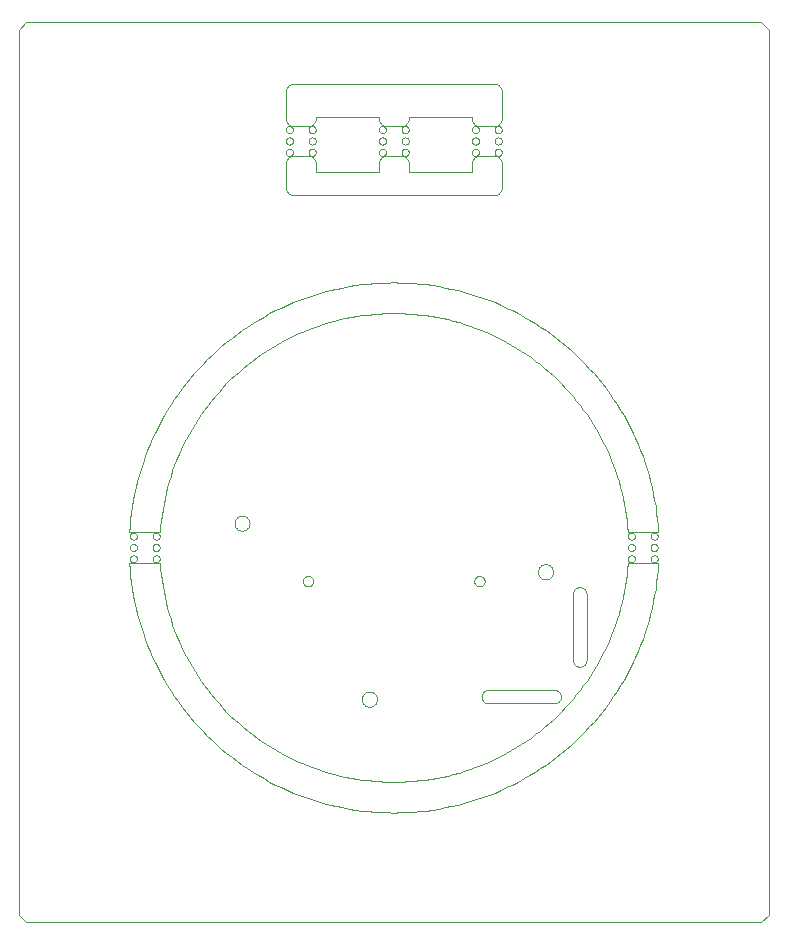
<source format=gko>
G75*
%MOIN*%
%OFA0B0*%
%FSLAX24Y24*%
%IPPOS*%
%LPD*%
%AMOC8*
5,1,8,0,0,1.08239X$1,22.5*
%
%ADD10C,0.0000*%
D10*
X001140Y000890D02*
X000890Y001140D01*
X000890Y030640D01*
X001140Y030890D01*
X025640Y030890D01*
X025890Y030640D01*
X025890Y001140D01*
X025640Y000890D01*
X001140Y000890D01*
X010361Y012269D02*
X010363Y012295D01*
X010369Y012321D01*
X010378Y012345D01*
X010391Y012368D01*
X010408Y012388D01*
X010427Y012406D01*
X010449Y012421D01*
X010472Y012432D01*
X010497Y012440D01*
X010523Y012444D01*
X010549Y012444D01*
X010575Y012440D01*
X010600Y012432D01*
X010624Y012421D01*
X010645Y012406D01*
X010664Y012388D01*
X010681Y012368D01*
X010694Y012345D01*
X010703Y012321D01*
X010709Y012295D01*
X010711Y012269D01*
X010709Y012243D01*
X010703Y012217D01*
X010694Y012193D01*
X010681Y012170D01*
X010664Y012150D01*
X010645Y012132D01*
X010623Y012117D01*
X010600Y012106D01*
X010575Y012098D01*
X010549Y012094D01*
X010523Y012094D01*
X010497Y012098D01*
X010472Y012106D01*
X010448Y012117D01*
X010427Y012132D01*
X010408Y012150D01*
X010391Y012170D01*
X010378Y012193D01*
X010369Y012217D01*
X010363Y012243D01*
X010361Y012269D01*
X008082Y014200D02*
X008084Y014231D01*
X008090Y014262D01*
X008100Y014292D01*
X008113Y014320D01*
X008130Y014347D01*
X008150Y014371D01*
X008173Y014393D01*
X008198Y014411D01*
X008226Y014426D01*
X008255Y014438D01*
X008285Y014446D01*
X008316Y014450D01*
X008348Y014450D01*
X008379Y014446D01*
X008409Y014438D01*
X008438Y014426D01*
X008466Y014411D01*
X008491Y014393D01*
X008514Y014371D01*
X008534Y014347D01*
X008551Y014320D01*
X008564Y014292D01*
X008574Y014262D01*
X008580Y014231D01*
X008582Y014200D01*
X008580Y014169D01*
X008574Y014138D01*
X008564Y014108D01*
X008551Y014080D01*
X008534Y014053D01*
X008514Y014029D01*
X008491Y014007D01*
X008466Y013989D01*
X008438Y013974D01*
X008409Y013962D01*
X008379Y013954D01*
X008348Y013950D01*
X008316Y013950D01*
X008285Y013954D01*
X008255Y013962D01*
X008226Y013974D01*
X008198Y013989D01*
X008173Y014007D01*
X008150Y014029D01*
X008130Y014053D01*
X008113Y014080D01*
X008100Y014108D01*
X008090Y014138D01*
X008084Y014169D01*
X008082Y014200D01*
X005595Y013902D02*
X004571Y013902D01*
X004592Y013770D02*
X004594Y013791D01*
X004600Y013811D01*
X004609Y013831D01*
X004621Y013848D01*
X004636Y013862D01*
X004654Y013874D01*
X004674Y013882D01*
X004694Y013887D01*
X004715Y013888D01*
X004736Y013885D01*
X004756Y013879D01*
X004775Y013868D01*
X004792Y013855D01*
X004805Y013839D01*
X004816Y013821D01*
X004824Y013801D01*
X004828Y013781D01*
X004828Y013759D01*
X004824Y013739D01*
X004816Y013719D01*
X004805Y013701D01*
X004792Y013685D01*
X004775Y013672D01*
X004756Y013661D01*
X004736Y013655D01*
X004715Y013652D01*
X004694Y013653D01*
X004674Y013658D01*
X004654Y013666D01*
X004636Y013678D01*
X004621Y013692D01*
X004609Y013709D01*
X004600Y013729D01*
X004594Y013749D01*
X004592Y013770D01*
X004592Y013390D02*
X004594Y013411D01*
X004600Y013431D01*
X004609Y013451D01*
X004621Y013468D01*
X004636Y013482D01*
X004654Y013494D01*
X004674Y013502D01*
X004694Y013507D01*
X004715Y013508D01*
X004736Y013505D01*
X004756Y013499D01*
X004775Y013488D01*
X004792Y013475D01*
X004805Y013459D01*
X004816Y013441D01*
X004824Y013421D01*
X004828Y013401D01*
X004828Y013379D01*
X004824Y013359D01*
X004816Y013339D01*
X004805Y013321D01*
X004792Y013305D01*
X004775Y013292D01*
X004756Y013281D01*
X004736Y013275D01*
X004715Y013272D01*
X004694Y013273D01*
X004674Y013278D01*
X004654Y013286D01*
X004636Y013298D01*
X004621Y013312D01*
X004609Y013329D01*
X004600Y013349D01*
X004594Y013369D01*
X004592Y013390D01*
X004592Y013010D02*
X004594Y013031D01*
X004600Y013051D01*
X004609Y013071D01*
X004621Y013088D01*
X004636Y013102D01*
X004654Y013114D01*
X004674Y013122D01*
X004694Y013127D01*
X004715Y013128D01*
X004736Y013125D01*
X004756Y013119D01*
X004775Y013108D01*
X004792Y013095D01*
X004805Y013079D01*
X004816Y013061D01*
X004824Y013041D01*
X004828Y013021D01*
X004828Y012999D01*
X004824Y012979D01*
X004816Y012959D01*
X004805Y012941D01*
X004792Y012925D01*
X004775Y012912D01*
X004756Y012901D01*
X004736Y012895D01*
X004715Y012892D01*
X004694Y012893D01*
X004674Y012898D01*
X004654Y012906D01*
X004636Y012918D01*
X004621Y012932D01*
X004609Y012949D01*
X004600Y012969D01*
X004594Y012989D01*
X004592Y013010D01*
X004571Y012878D02*
X005595Y012878D01*
X005352Y013010D02*
X005354Y013031D01*
X005360Y013051D01*
X005369Y013071D01*
X005381Y013088D01*
X005396Y013102D01*
X005414Y013114D01*
X005434Y013122D01*
X005454Y013127D01*
X005475Y013128D01*
X005496Y013125D01*
X005516Y013119D01*
X005535Y013108D01*
X005552Y013095D01*
X005565Y013079D01*
X005576Y013061D01*
X005584Y013041D01*
X005588Y013021D01*
X005588Y012999D01*
X005584Y012979D01*
X005576Y012959D01*
X005565Y012941D01*
X005552Y012925D01*
X005535Y012912D01*
X005516Y012901D01*
X005496Y012895D01*
X005475Y012892D01*
X005454Y012893D01*
X005434Y012898D01*
X005414Y012906D01*
X005396Y012918D01*
X005381Y012932D01*
X005369Y012949D01*
X005360Y012969D01*
X005354Y012989D01*
X005352Y013010D01*
X005352Y013390D02*
X005354Y013411D01*
X005360Y013431D01*
X005369Y013451D01*
X005381Y013468D01*
X005396Y013482D01*
X005414Y013494D01*
X005434Y013502D01*
X005454Y013507D01*
X005475Y013508D01*
X005496Y013505D01*
X005516Y013499D01*
X005535Y013488D01*
X005552Y013475D01*
X005565Y013459D01*
X005576Y013441D01*
X005584Y013421D01*
X005588Y013401D01*
X005588Y013379D01*
X005584Y013359D01*
X005576Y013339D01*
X005565Y013321D01*
X005552Y013305D01*
X005535Y013292D01*
X005516Y013281D01*
X005496Y013275D01*
X005475Y013272D01*
X005454Y013273D01*
X005434Y013278D01*
X005414Y013286D01*
X005396Y013298D01*
X005381Y013312D01*
X005369Y013329D01*
X005360Y013349D01*
X005354Y013369D01*
X005352Y013390D01*
X005352Y013770D02*
X005354Y013791D01*
X005360Y013811D01*
X005369Y013831D01*
X005381Y013848D01*
X005396Y013862D01*
X005414Y013874D01*
X005434Y013882D01*
X005454Y013887D01*
X005475Y013888D01*
X005496Y013885D01*
X005516Y013879D01*
X005535Y013868D01*
X005552Y013855D01*
X005565Y013839D01*
X005576Y013821D01*
X005584Y013801D01*
X005588Y013781D01*
X005588Y013759D01*
X005584Y013739D01*
X005576Y013719D01*
X005565Y013701D01*
X005552Y013685D01*
X005535Y013672D01*
X005516Y013661D01*
X005496Y013655D01*
X005475Y013652D01*
X005454Y013653D01*
X005434Y013658D01*
X005414Y013666D01*
X005396Y013678D01*
X005381Y013692D01*
X005369Y013709D01*
X005360Y013729D01*
X005354Y013749D01*
X005352Y013770D01*
X012330Y008332D02*
X012332Y008363D01*
X012338Y008394D01*
X012348Y008424D01*
X012361Y008452D01*
X012378Y008479D01*
X012398Y008503D01*
X012421Y008525D01*
X012446Y008543D01*
X012474Y008558D01*
X012503Y008570D01*
X012533Y008578D01*
X012564Y008582D01*
X012596Y008582D01*
X012627Y008578D01*
X012657Y008570D01*
X012686Y008558D01*
X012714Y008543D01*
X012739Y008525D01*
X012762Y008503D01*
X012782Y008479D01*
X012799Y008452D01*
X012812Y008424D01*
X012822Y008394D01*
X012828Y008363D01*
X012830Y008332D01*
X012828Y008301D01*
X012822Y008270D01*
X012812Y008240D01*
X012799Y008212D01*
X012782Y008185D01*
X012762Y008161D01*
X012739Y008139D01*
X012714Y008121D01*
X012686Y008106D01*
X012657Y008094D01*
X012627Y008086D01*
X012596Y008082D01*
X012564Y008082D01*
X012533Y008086D01*
X012503Y008094D01*
X012474Y008106D01*
X012446Y008121D01*
X012421Y008139D01*
X012398Y008161D01*
X012378Y008185D01*
X012361Y008212D01*
X012348Y008240D01*
X012338Y008270D01*
X012332Y008301D01*
X012330Y008332D01*
X016069Y012269D02*
X016071Y012295D01*
X016077Y012321D01*
X016086Y012345D01*
X016099Y012368D01*
X016116Y012388D01*
X016135Y012406D01*
X016157Y012421D01*
X016180Y012432D01*
X016205Y012440D01*
X016231Y012444D01*
X016257Y012444D01*
X016283Y012440D01*
X016308Y012432D01*
X016332Y012421D01*
X016353Y012406D01*
X016372Y012388D01*
X016389Y012368D01*
X016402Y012345D01*
X016411Y012321D01*
X016417Y012295D01*
X016419Y012269D01*
X016417Y012243D01*
X016411Y012217D01*
X016402Y012193D01*
X016389Y012170D01*
X016372Y012150D01*
X016353Y012132D01*
X016331Y012117D01*
X016308Y012106D01*
X016283Y012098D01*
X016257Y012094D01*
X016231Y012094D01*
X016205Y012098D01*
X016180Y012106D01*
X016156Y012117D01*
X016135Y012132D01*
X016116Y012150D01*
X016099Y012170D01*
X016086Y012193D01*
X016077Y012217D01*
X016071Y012243D01*
X016069Y012269D01*
X018198Y012580D02*
X018200Y012611D01*
X018206Y012642D01*
X018216Y012672D01*
X018229Y012700D01*
X018246Y012727D01*
X018266Y012751D01*
X018289Y012773D01*
X018314Y012791D01*
X018342Y012806D01*
X018371Y012818D01*
X018401Y012826D01*
X018432Y012830D01*
X018464Y012830D01*
X018495Y012826D01*
X018525Y012818D01*
X018554Y012806D01*
X018582Y012791D01*
X018607Y012773D01*
X018630Y012751D01*
X018650Y012727D01*
X018667Y012700D01*
X018680Y012672D01*
X018690Y012642D01*
X018696Y012611D01*
X018698Y012580D01*
X018696Y012549D01*
X018690Y012518D01*
X018680Y012488D01*
X018667Y012460D01*
X018650Y012433D01*
X018630Y012409D01*
X018607Y012387D01*
X018582Y012369D01*
X018554Y012354D01*
X018525Y012342D01*
X018495Y012334D01*
X018464Y012330D01*
X018432Y012330D01*
X018401Y012334D01*
X018371Y012342D01*
X018342Y012354D01*
X018314Y012369D01*
X018289Y012387D01*
X018266Y012409D01*
X018246Y012433D01*
X018229Y012460D01*
X018216Y012488D01*
X018206Y012518D01*
X018200Y012549D01*
X018198Y012580D01*
X019365Y011840D02*
X019365Y009640D01*
X019367Y009612D01*
X019372Y009584D01*
X019381Y009557D01*
X019393Y009532D01*
X019408Y009508D01*
X019426Y009486D01*
X019447Y009467D01*
X019469Y009450D01*
X019494Y009436D01*
X019520Y009426D01*
X019548Y009419D01*
X019576Y009415D01*
X019604Y009415D01*
X019632Y009419D01*
X019660Y009426D01*
X019686Y009436D01*
X019711Y009450D01*
X019733Y009467D01*
X019754Y009486D01*
X019772Y009508D01*
X019787Y009532D01*
X019799Y009557D01*
X019808Y009584D01*
X019813Y009612D01*
X019815Y009640D01*
X019815Y011840D01*
X019813Y011868D01*
X019808Y011896D01*
X019799Y011923D01*
X019787Y011948D01*
X019772Y011972D01*
X019754Y011994D01*
X019733Y012013D01*
X019711Y012030D01*
X019686Y012044D01*
X019660Y012054D01*
X019632Y012061D01*
X019604Y012065D01*
X019576Y012065D01*
X019548Y012061D01*
X019520Y012054D01*
X019494Y012044D01*
X019469Y012030D01*
X019447Y012013D01*
X019426Y011994D01*
X019408Y011972D01*
X019393Y011948D01*
X019381Y011923D01*
X019372Y011896D01*
X019367Y011868D01*
X019365Y011840D01*
X021185Y012878D02*
X022209Y012878D01*
X021952Y013010D02*
X021954Y013031D01*
X021960Y013051D01*
X021969Y013071D01*
X021981Y013088D01*
X021996Y013102D01*
X022014Y013114D01*
X022034Y013122D01*
X022054Y013127D01*
X022075Y013128D01*
X022096Y013125D01*
X022116Y013119D01*
X022135Y013108D01*
X022152Y013095D01*
X022165Y013079D01*
X022176Y013061D01*
X022184Y013041D01*
X022188Y013021D01*
X022188Y012999D01*
X022184Y012979D01*
X022176Y012959D01*
X022165Y012941D01*
X022152Y012925D01*
X022135Y012912D01*
X022116Y012901D01*
X022096Y012895D01*
X022075Y012892D01*
X022054Y012893D01*
X022034Y012898D01*
X022014Y012906D01*
X021996Y012918D01*
X021981Y012932D01*
X021969Y012949D01*
X021960Y012969D01*
X021954Y012989D01*
X021952Y013010D01*
X021952Y013390D02*
X021954Y013411D01*
X021960Y013431D01*
X021969Y013451D01*
X021981Y013468D01*
X021996Y013482D01*
X022014Y013494D01*
X022034Y013502D01*
X022054Y013507D01*
X022075Y013508D01*
X022096Y013505D01*
X022116Y013499D01*
X022135Y013488D01*
X022152Y013475D01*
X022165Y013459D01*
X022176Y013441D01*
X022184Y013421D01*
X022188Y013401D01*
X022188Y013379D01*
X022184Y013359D01*
X022176Y013339D01*
X022165Y013321D01*
X022152Y013305D01*
X022135Y013292D01*
X022116Y013281D01*
X022096Y013275D01*
X022075Y013272D01*
X022054Y013273D01*
X022034Y013278D01*
X022014Y013286D01*
X021996Y013298D01*
X021981Y013312D01*
X021969Y013329D01*
X021960Y013349D01*
X021954Y013369D01*
X021952Y013390D01*
X021952Y013770D02*
X021954Y013791D01*
X021960Y013811D01*
X021969Y013831D01*
X021981Y013848D01*
X021996Y013862D01*
X022014Y013874D01*
X022034Y013882D01*
X022054Y013887D01*
X022075Y013888D01*
X022096Y013885D01*
X022116Y013879D01*
X022135Y013868D01*
X022152Y013855D01*
X022165Y013839D01*
X022176Y013821D01*
X022184Y013801D01*
X022188Y013781D01*
X022188Y013759D01*
X022184Y013739D01*
X022176Y013719D01*
X022165Y013701D01*
X022152Y013685D01*
X022135Y013672D01*
X022116Y013661D01*
X022096Y013655D01*
X022075Y013652D01*
X022054Y013653D01*
X022034Y013658D01*
X022014Y013666D01*
X021996Y013678D01*
X021981Y013692D01*
X021969Y013709D01*
X021960Y013729D01*
X021954Y013749D01*
X021952Y013770D01*
X022209Y013902D02*
X021185Y013902D01*
X021192Y013770D02*
X021194Y013791D01*
X021200Y013811D01*
X021209Y013831D01*
X021221Y013848D01*
X021236Y013862D01*
X021254Y013874D01*
X021274Y013882D01*
X021294Y013887D01*
X021315Y013888D01*
X021336Y013885D01*
X021356Y013879D01*
X021375Y013868D01*
X021392Y013855D01*
X021405Y013839D01*
X021416Y013821D01*
X021424Y013801D01*
X021428Y013781D01*
X021428Y013759D01*
X021424Y013739D01*
X021416Y013719D01*
X021405Y013701D01*
X021392Y013685D01*
X021375Y013672D01*
X021356Y013661D01*
X021336Y013655D01*
X021315Y013652D01*
X021294Y013653D01*
X021274Y013658D01*
X021254Y013666D01*
X021236Y013678D01*
X021221Y013692D01*
X021209Y013709D01*
X021200Y013729D01*
X021194Y013749D01*
X021192Y013770D01*
X021192Y013390D02*
X021194Y013411D01*
X021200Y013431D01*
X021209Y013451D01*
X021221Y013468D01*
X021236Y013482D01*
X021254Y013494D01*
X021274Y013502D01*
X021294Y013507D01*
X021315Y013508D01*
X021336Y013505D01*
X021356Y013499D01*
X021375Y013488D01*
X021392Y013475D01*
X021405Y013459D01*
X021416Y013441D01*
X021424Y013421D01*
X021428Y013401D01*
X021428Y013379D01*
X021424Y013359D01*
X021416Y013339D01*
X021405Y013321D01*
X021392Y013305D01*
X021375Y013292D01*
X021356Y013281D01*
X021336Y013275D01*
X021315Y013272D01*
X021294Y013273D01*
X021274Y013278D01*
X021254Y013286D01*
X021236Y013298D01*
X021221Y013312D01*
X021209Y013329D01*
X021200Y013349D01*
X021194Y013369D01*
X021192Y013390D01*
X021192Y013010D02*
X021194Y013031D01*
X021200Y013051D01*
X021209Y013071D01*
X021221Y013088D01*
X021236Y013102D01*
X021254Y013114D01*
X021274Y013122D01*
X021294Y013127D01*
X021315Y013128D01*
X021336Y013125D01*
X021356Y013119D01*
X021375Y013108D01*
X021392Y013095D01*
X021405Y013079D01*
X021416Y013061D01*
X021424Y013041D01*
X021428Y013021D01*
X021428Y012999D01*
X021424Y012979D01*
X021416Y012959D01*
X021405Y012941D01*
X021392Y012925D01*
X021375Y012912D01*
X021356Y012901D01*
X021336Y012895D01*
X021315Y012892D01*
X021294Y012893D01*
X021274Y012898D01*
X021254Y012906D01*
X021236Y012918D01*
X021221Y012932D01*
X021209Y012949D01*
X021200Y012969D01*
X021194Y012989D01*
X021192Y013010D01*
X018740Y008640D02*
X016540Y008640D01*
X016512Y008638D01*
X016484Y008633D01*
X016457Y008624D01*
X016432Y008612D01*
X016408Y008597D01*
X016386Y008579D01*
X016367Y008558D01*
X016350Y008536D01*
X016336Y008511D01*
X016326Y008485D01*
X016319Y008457D01*
X016315Y008429D01*
X016315Y008401D01*
X016319Y008373D01*
X016326Y008345D01*
X016336Y008319D01*
X016350Y008294D01*
X016367Y008272D01*
X016386Y008251D01*
X016408Y008233D01*
X016432Y008218D01*
X016457Y008206D01*
X016484Y008197D01*
X016512Y008192D01*
X016540Y008190D01*
X018740Y008190D01*
X018768Y008192D01*
X018796Y008197D01*
X018823Y008206D01*
X018848Y008218D01*
X018872Y008233D01*
X018894Y008251D01*
X018913Y008272D01*
X018930Y008294D01*
X018944Y008319D01*
X018954Y008345D01*
X018961Y008373D01*
X018965Y008401D01*
X018965Y008429D01*
X018961Y008457D01*
X018954Y008485D01*
X018944Y008511D01*
X018930Y008536D01*
X018913Y008558D01*
X018894Y008579D01*
X018872Y008597D01*
X018848Y008612D01*
X018823Y008624D01*
X018796Y008633D01*
X018768Y008638D01*
X018740Y008640D01*
X022209Y013902D02*
X022194Y014117D01*
X022174Y014331D01*
X022148Y014545D01*
X022117Y014759D01*
X022081Y014971D01*
X022040Y015183D01*
X021994Y015393D01*
X021942Y015603D01*
X021886Y015811D01*
X021824Y016017D01*
X021758Y016222D01*
X021686Y016426D01*
X021610Y016627D01*
X021528Y016827D01*
X021442Y017024D01*
X021351Y017220D01*
X021255Y017413D01*
X021154Y017603D01*
X021049Y017792D01*
X020940Y017977D01*
X020826Y018160D01*
X020707Y018340D01*
X020584Y018517D01*
X020457Y018691D01*
X020325Y018862D01*
X020190Y019029D01*
X020050Y019194D01*
X019907Y019354D01*
X019759Y019512D01*
X019608Y019665D01*
X019453Y019815D01*
X019294Y019961D01*
X019132Y020103D01*
X018967Y020241D01*
X018798Y020375D01*
X018626Y020505D01*
X018451Y020631D01*
X018273Y020752D01*
X018092Y020869D01*
X017908Y020981D01*
X017721Y021089D01*
X017532Y021193D01*
X017340Y021292D01*
X017146Y021386D01*
X016950Y021475D01*
X016752Y021559D01*
X016552Y021639D01*
X016349Y021714D01*
X016145Y021783D01*
X015940Y021848D01*
X015733Y021908D01*
X015524Y021962D01*
X015314Y022012D01*
X015103Y022056D01*
X014892Y022095D01*
X014679Y022129D01*
X014465Y022158D01*
X014251Y022182D01*
X014036Y022200D01*
X013821Y022213D01*
X013606Y022221D01*
X013390Y022224D01*
X013174Y022221D01*
X012959Y022213D01*
X012744Y022200D01*
X012529Y022182D01*
X012315Y022158D01*
X012101Y022129D01*
X011888Y022095D01*
X011677Y022056D01*
X011466Y022012D01*
X011256Y021962D01*
X011047Y021908D01*
X010840Y021848D01*
X010635Y021783D01*
X010431Y021714D01*
X010228Y021639D01*
X010028Y021559D01*
X009830Y021475D01*
X009634Y021386D01*
X009440Y021292D01*
X009248Y021193D01*
X009059Y021089D01*
X008872Y020981D01*
X008688Y020869D01*
X008507Y020752D01*
X008329Y020631D01*
X008154Y020505D01*
X007982Y020375D01*
X007813Y020241D01*
X007648Y020103D01*
X007486Y019961D01*
X007327Y019815D01*
X007172Y019665D01*
X007021Y019512D01*
X006873Y019354D01*
X006730Y019194D01*
X006590Y019029D01*
X006455Y018862D01*
X006323Y018691D01*
X006196Y018517D01*
X006073Y018340D01*
X005954Y018160D01*
X005840Y017977D01*
X005731Y017792D01*
X005626Y017603D01*
X005525Y017413D01*
X005429Y017220D01*
X005338Y017024D01*
X005252Y016827D01*
X005170Y016627D01*
X005094Y016426D01*
X005022Y016222D01*
X004956Y016017D01*
X004894Y015811D01*
X004838Y015603D01*
X004786Y015393D01*
X004740Y015183D01*
X004699Y014971D01*
X004663Y014759D01*
X004632Y014545D01*
X004606Y014331D01*
X004586Y014117D01*
X004571Y013902D01*
X004571Y012878D02*
X004586Y012663D01*
X004606Y012449D01*
X004632Y012235D01*
X004663Y012021D01*
X004699Y011809D01*
X004740Y011597D01*
X004786Y011387D01*
X004838Y011177D01*
X004894Y010969D01*
X004956Y010763D01*
X005022Y010558D01*
X005094Y010354D01*
X005170Y010153D01*
X005252Y009953D01*
X005338Y009756D01*
X005429Y009560D01*
X005525Y009367D01*
X005626Y009177D01*
X005731Y008988D01*
X005840Y008803D01*
X005954Y008620D01*
X006073Y008440D01*
X006196Y008263D01*
X006323Y008089D01*
X006455Y007918D01*
X006590Y007751D01*
X006730Y007586D01*
X006873Y007426D01*
X007021Y007268D01*
X007172Y007115D01*
X007327Y006965D01*
X007486Y006819D01*
X007648Y006677D01*
X007813Y006539D01*
X007982Y006405D01*
X008154Y006275D01*
X008329Y006149D01*
X008507Y006028D01*
X008688Y005911D01*
X008872Y005799D01*
X009059Y005691D01*
X009248Y005587D01*
X009440Y005488D01*
X009634Y005394D01*
X009830Y005305D01*
X010028Y005221D01*
X010228Y005141D01*
X010431Y005066D01*
X010635Y004997D01*
X010840Y004932D01*
X011047Y004872D01*
X011256Y004818D01*
X011466Y004768D01*
X011677Y004724D01*
X011888Y004685D01*
X012101Y004651D01*
X012315Y004622D01*
X012529Y004598D01*
X012744Y004580D01*
X012959Y004567D01*
X013174Y004559D01*
X013390Y004556D01*
X013606Y004559D01*
X013821Y004567D01*
X014036Y004580D01*
X014251Y004598D01*
X014465Y004622D01*
X014679Y004651D01*
X014892Y004685D01*
X015103Y004724D01*
X015314Y004768D01*
X015524Y004818D01*
X015733Y004872D01*
X015940Y004932D01*
X016145Y004997D01*
X016349Y005066D01*
X016552Y005141D01*
X016752Y005221D01*
X016950Y005305D01*
X017146Y005394D01*
X017340Y005488D01*
X017532Y005587D01*
X017721Y005691D01*
X017908Y005799D01*
X018092Y005911D01*
X018273Y006028D01*
X018451Y006149D01*
X018626Y006275D01*
X018798Y006405D01*
X018967Y006539D01*
X019132Y006677D01*
X019294Y006819D01*
X019453Y006965D01*
X019608Y007115D01*
X019759Y007268D01*
X019907Y007426D01*
X020050Y007586D01*
X020190Y007751D01*
X020325Y007918D01*
X020457Y008089D01*
X020584Y008263D01*
X020707Y008440D01*
X020826Y008620D01*
X020940Y008803D01*
X021049Y008988D01*
X021154Y009177D01*
X021255Y009367D01*
X021351Y009560D01*
X021442Y009756D01*
X021528Y009953D01*
X021610Y010153D01*
X021686Y010354D01*
X021758Y010558D01*
X021824Y010763D01*
X021886Y010969D01*
X021942Y011177D01*
X021994Y011387D01*
X022040Y011597D01*
X022081Y011809D01*
X022117Y012021D01*
X022148Y012235D01*
X022174Y012449D01*
X022194Y012663D01*
X022209Y012878D01*
X021185Y012878D02*
X021170Y012688D01*
X021151Y012497D01*
X021127Y012308D01*
X021098Y012119D01*
X021064Y011930D01*
X021026Y011743D01*
X020984Y011557D01*
X020937Y011371D01*
X020885Y011187D01*
X020829Y011005D01*
X020768Y010823D01*
X020703Y010643D01*
X020634Y010465D01*
X020560Y010289D01*
X020482Y010114D01*
X020400Y009942D01*
X020313Y009771D01*
X020223Y009603D01*
X020128Y009437D01*
X020029Y009273D01*
X019926Y009112D01*
X019820Y008953D01*
X019709Y008797D01*
X019595Y008644D01*
X019477Y008493D01*
X019355Y008346D01*
X019230Y008201D01*
X019101Y008060D01*
X018969Y007922D01*
X018834Y007787D01*
X018695Y007655D01*
X018553Y007527D01*
X018408Y007403D01*
X018260Y007282D01*
X018109Y007164D01*
X017955Y007051D01*
X017799Y006941D01*
X017640Y006835D01*
X017478Y006733D01*
X017314Y006635D01*
X017147Y006541D01*
X016978Y006451D01*
X016808Y006365D01*
X016635Y006284D01*
X016460Y006206D01*
X016283Y006133D01*
X016105Y006065D01*
X015925Y006001D01*
X015743Y005941D01*
X015560Y005885D01*
X015376Y005835D01*
X015190Y005788D01*
X015004Y005746D01*
X014816Y005709D01*
X014628Y005677D01*
X014438Y005649D01*
X014249Y005625D01*
X014058Y005607D01*
X013868Y005593D01*
X013677Y005583D01*
X013486Y005579D01*
X013294Y005579D01*
X013103Y005583D01*
X012912Y005593D01*
X012722Y005607D01*
X012531Y005625D01*
X012342Y005649D01*
X012152Y005677D01*
X011964Y005709D01*
X011776Y005746D01*
X011590Y005788D01*
X011404Y005835D01*
X011220Y005885D01*
X011037Y005941D01*
X010855Y006001D01*
X010675Y006065D01*
X010497Y006133D01*
X010320Y006206D01*
X010145Y006284D01*
X009972Y006365D01*
X009802Y006451D01*
X009633Y006541D01*
X009466Y006635D01*
X009302Y006733D01*
X009140Y006835D01*
X008981Y006941D01*
X008825Y007051D01*
X008671Y007164D01*
X008520Y007282D01*
X008372Y007403D01*
X008227Y007527D01*
X008085Y007655D01*
X007946Y007787D01*
X007811Y007922D01*
X007679Y008060D01*
X007550Y008201D01*
X007425Y008346D01*
X007303Y008493D01*
X007185Y008644D01*
X007071Y008797D01*
X006960Y008953D01*
X006854Y009112D01*
X006751Y009273D01*
X006652Y009437D01*
X006557Y009603D01*
X006467Y009771D01*
X006380Y009942D01*
X006298Y010114D01*
X006220Y010289D01*
X006146Y010465D01*
X006077Y010643D01*
X006012Y010823D01*
X005951Y011005D01*
X005895Y011187D01*
X005843Y011371D01*
X005796Y011557D01*
X005754Y011743D01*
X005716Y011930D01*
X005682Y012119D01*
X005653Y012308D01*
X005629Y012497D01*
X005610Y012688D01*
X005595Y012878D01*
X005595Y013902D02*
X005610Y014092D01*
X005629Y014283D01*
X005653Y014472D01*
X005682Y014661D01*
X005716Y014850D01*
X005754Y015037D01*
X005796Y015223D01*
X005843Y015409D01*
X005895Y015593D01*
X005951Y015775D01*
X006012Y015957D01*
X006077Y016137D01*
X006146Y016315D01*
X006220Y016491D01*
X006298Y016666D01*
X006380Y016838D01*
X006467Y017009D01*
X006557Y017177D01*
X006652Y017343D01*
X006751Y017507D01*
X006854Y017668D01*
X006960Y017827D01*
X007071Y017983D01*
X007185Y018136D01*
X007303Y018287D01*
X007425Y018434D01*
X007550Y018579D01*
X007679Y018720D01*
X007811Y018858D01*
X007946Y018993D01*
X008085Y019125D01*
X008227Y019253D01*
X008372Y019377D01*
X008520Y019498D01*
X008671Y019616D01*
X008825Y019729D01*
X008981Y019839D01*
X009140Y019945D01*
X009302Y020047D01*
X009466Y020145D01*
X009633Y020239D01*
X009802Y020329D01*
X009972Y020415D01*
X010145Y020496D01*
X010320Y020574D01*
X010497Y020647D01*
X010675Y020715D01*
X010855Y020779D01*
X011037Y020839D01*
X011220Y020895D01*
X011404Y020945D01*
X011590Y020992D01*
X011776Y021034D01*
X011964Y021071D01*
X012152Y021103D01*
X012342Y021131D01*
X012531Y021155D01*
X012722Y021173D01*
X012912Y021187D01*
X013103Y021197D01*
X013294Y021201D01*
X013486Y021201D01*
X013677Y021197D01*
X013868Y021187D01*
X014058Y021173D01*
X014249Y021155D01*
X014438Y021131D01*
X014628Y021103D01*
X014816Y021071D01*
X015004Y021034D01*
X015190Y020992D01*
X015376Y020945D01*
X015560Y020895D01*
X015743Y020839D01*
X015925Y020779D01*
X016105Y020715D01*
X016283Y020647D01*
X016460Y020574D01*
X016635Y020496D01*
X016808Y020415D01*
X016978Y020329D01*
X017147Y020239D01*
X017314Y020145D01*
X017478Y020047D01*
X017640Y019945D01*
X017799Y019839D01*
X017955Y019729D01*
X018109Y019616D01*
X018260Y019498D01*
X018408Y019377D01*
X018553Y019253D01*
X018695Y019125D01*
X018834Y018993D01*
X018969Y018858D01*
X019101Y018720D01*
X019230Y018579D01*
X019355Y018434D01*
X019477Y018287D01*
X019595Y018136D01*
X019709Y017983D01*
X019820Y017827D01*
X019926Y017668D01*
X020029Y017507D01*
X020128Y017343D01*
X020223Y017177D01*
X020313Y017009D01*
X020400Y016838D01*
X020482Y016666D01*
X020560Y016491D01*
X020634Y016315D01*
X020703Y016137D01*
X020768Y015957D01*
X020829Y015775D01*
X020885Y015593D01*
X020937Y015409D01*
X020984Y015223D01*
X021026Y015037D01*
X021064Y014850D01*
X021098Y014661D01*
X021127Y014472D01*
X021151Y014283D01*
X021170Y014092D01*
X021185Y013902D01*
X016740Y025140D02*
X010040Y025140D01*
X010010Y025142D01*
X009980Y025147D01*
X009951Y025156D01*
X009924Y025169D01*
X009898Y025184D01*
X009874Y025203D01*
X009853Y025224D01*
X009834Y025248D01*
X009819Y025274D01*
X009806Y025301D01*
X009797Y025330D01*
X009792Y025360D01*
X009790Y025390D01*
X009790Y026190D01*
X009792Y026220D01*
X009797Y026250D01*
X009806Y026279D01*
X009819Y026306D01*
X009834Y026332D01*
X009853Y026356D01*
X009874Y026377D01*
X009898Y026396D01*
X009924Y026411D01*
X009951Y026424D01*
X009980Y026433D01*
X010010Y026438D01*
X010040Y026440D01*
X010540Y026440D01*
X010552Y026560D02*
X010554Y026581D01*
X010560Y026601D01*
X010569Y026621D01*
X010581Y026638D01*
X010596Y026652D01*
X010614Y026664D01*
X010634Y026672D01*
X010654Y026677D01*
X010675Y026678D01*
X010696Y026675D01*
X010716Y026669D01*
X010735Y026658D01*
X010752Y026645D01*
X010765Y026629D01*
X010776Y026611D01*
X010784Y026591D01*
X010788Y026571D01*
X010788Y026549D01*
X010784Y026529D01*
X010776Y026509D01*
X010765Y026491D01*
X010752Y026475D01*
X010735Y026462D01*
X010716Y026451D01*
X010696Y026445D01*
X010675Y026442D01*
X010654Y026443D01*
X010634Y026448D01*
X010614Y026456D01*
X010596Y026468D01*
X010581Y026482D01*
X010569Y026499D01*
X010560Y026519D01*
X010554Y026539D01*
X010552Y026560D01*
X010540Y026440D02*
X010570Y026438D01*
X010600Y026433D01*
X010629Y026424D01*
X010656Y026411D01*
X010682Y026396D01*
X010706Y026377D01*
X010727Y026356D01*
X010746Y026332D01*
X010761Y026306D01*
X010774Y026279D01*
X010783Y026250D01*
X010788Y026220D01*
X010790Y026190D01*
X010790Y025890D01*
X012890Y025890D01*
X012890Y026190D01*
X012892Y026220D01*
X012897Y026250D01*
X012906Y026279D01*
X012919Y026306D01*
X012934Y026332D01*
X012953Y026356D01*
X012974Y026377D01*
X012998Y026396D01*
X013024Y026411D01*
X013051Y026424D01*
X013080Y026433D01*
X013110Y026438D01*
X013140Y026440D01*
X013640Y026440D01*
X013652Y026560D02*
X013654Y026581D01*
X013660Y026601D01*
X013669Y026621D01*
X013681Y026638D01*
X013696Y026652D01*
X013714Y026664D01*
X013734Y026672D01*
X013754Y026677D01*
X013775Y026678D01*
X013796Y026675D01*
X013816Y026669D01*
X013835Y026658D01*
X013852Y026645D01*
X013865Y026629D01*
X013876Y026611D01*
X013884Y026591D01*
X013888Y026571D01*
X013888Y026549D01*
X013884Y026529D01*
X013876Y026509D01*
X013865Y026491D01*
X013852Y026475D01*
X013835Y026462D01*
X013816Y026451D01*
X013796Y026445D01*
X013775Y026442D01*
X013754Y026443D01*
X013734Y026448D01*
X013714Y026456D01*
X013696Y026468D01*
X013681Y026482D01*
X013669Y026499D01*
X013660Y026519D01*
X013654Y026539D01*
X013652Y026560D01*
X013640Y026440D02*
X013670Y026438D01*
X013700Y026433D01*
X013729Y026424D01*
X013756Y026411D01*
X013782Y026396D01*
X013806Y026377D01*
X013827Y026356D01*
X013846Y026332D01*
X013861Y026306D01*
X013874Y026279D01*
X013883Y026250D01*
X013888Y026220D01*
X013890Y026190D01*
X013890Y025890D01*
X015990Y025890D01*
X015990Y026190D01*
X015992Y026220D01*
X015997Y026250D01*
X016006Y026279D01*
X016019Y026306D01*
X016034Y026332D01*
X016053Y026356D01*
X016074Y026377D01*
X016098Y026396D01*
X016124Y026411D01*
X016151Y026424D01*
X016180Y026433D01*
X016210Y026438D01*
X016240Y026440D01*
X016740Y026440D01*
X016752Y026560D02*
X016754Y026581D01*
X016760Y026601D01*
X016769Y026621D01*
X016781Y026638D01*
X016796Y026652D01*
X016814Y026664D01*
X016834Y026672D01*
X016854Y026677D01*
X016875Y026678D01*
X016896Y026675D01*
X016916Y026669D01*
X016935Y026658D01*
X016952Y026645D01*
X016965Y026629D01*
X016976Y026611D01*
X016984Y026591D01*
X016988Y026571D01*
X016988Y026549D01*
X016984Y026529D01*
X016976Y026509D01*
X016965Y026491D01*
X016952Y026475D01*
X016935Y026462D01*
X016916Y026451D01*
X016896Y026445D01*
X016875Y026442D01*
X016854Y026443D01*
X016834Y026448D01*
X016814Y026456D01*
X016796Y026468D01*
X016781Y026482D01*
X016769Y026499D01*
X016760Y026519D01*
X016754Y026539D01*
X016752Y026560D01*
X016740Y026440D02*
X016770Y026438D01*
X016800Y026433D01*
X016829Y026424D01*
X016856Y026411D01*
X016882Y026396D01*
X016906Y026377D01*
X016927Y026356D01*
X016946Y026332D01*
X016961Y026306D01*
X016974Y026279D01*
X016983Y026250D01*
X016988Y026220D01*
X016990Y026190D01*
X016990Y025390D01*
X016988Y025360D01*
X016983Y025330D01*
X016974Y025301D01*
X016961Y025274D01*
X016946Y025248D01*
X016927Y025224D01*
X016906Y025203D01*
X016882Y025184D01*
X016856Y025169D01*
X016829Y025156D01*
X016800Y025147D01*
X016770Y025142D01*
X016740Y025140D01*
X015992Y026560D02*
X015994Y026581D01*
X016000Y026601D01*
X016009Y026621D01*
X016021Y026638D01*
X016036Y026652D01*
X016054Y026664D01*
X016074Y026672D01*
X016094Y026677D01*
X016115Y026678D01*
X016136Y026675D01*
X016156Y026669D01*
X016175Y026658D01*
X016192Y026645D01*
X016205Y026629D01*
X016216Y026611D01*
X016224Y026591D01*
X016228Y026571D01*
X016228Y026549D01*
X016224Y026529D01*
X016216Y026509D01*
X016205Y026491D01*
X016192Y026475D01*
X016175Y026462D01*
X016156Y026451D01*
X016136Y026445D01*
X016115Y026442D01*
X016094Y026443D01*
X016074Y026448D01*
X016054Y026456D01*
X016036Y026468D01*
X016021Y026482D01*
X016009Y026499D01*
X016000Y026519D01*
X015994Y026539D01*
X015992Y026560D01*
X015992Y026940D02*
X015994Y026961D01*
X016000Y026981D01*
X016009Y027001D01*
X016021Y027018D01*
X016036Y027032D01*
X016054Y027044D01*
X016074Y027052D01*
X016094Y027057D01*
X016115Y027058D01*
X016136Y027055D01*
X016156Y027049D01*
X016175Y027038D01*
X016192Y027025D01*
X016205Y027009D01*
X016216Y026991D01*
X016224Y026971D01*
X016228Y026951D01*
X016228Y026929D01*
X016224Y026909D01*
X016216Y026889D01*
X016205Y026871D01*
X016192Y026855D01*
X016175Y026842D01*
X016156Y026831D01*
X016136Y026825D01*
X016115Y026822D01*
X016094Y026823D01*
X016074Y026828D01*
X016054Y026836D01*
X016036Y026848D01*
X016021Y026862D01*
X016009Y026879D01*
X016000Y026899D01*
X015994Y026919D01*
X015992Y026940D01*
X015992Y027320D02*
X015994Y027341D01*
X016000Y027361D01*
X016009Y027381D01*
X016021Y027398D01*
X016036Y027412D01*
X016054Y027424D01*
X016074Y027432D01*
X016094Y027437D01*
X016115Y027438D01*
X016136Y027435D01*
X016156Y027429D01*
X016175Y027418D01*
X016192Y027405D01*
X016205Y027389D01*
X016216Y027371D01*
X016224Y027351D01*
X016228Y027331D01*
X016228Y027309D01*
X016224Y027289D01*
X016216Y027269D01*
X016205Y027251D01*
X016192Y027235D01*
X016175Y027222D01*
X016156Y027211D01*
X016136Y027205D01*
X016115Y027202D01*
X016094Y027203D01*
X016074Y027208D01*
X016054Y027216D01*
X016036Y027228D01*
X016021Y027242D01*
X016009Y027259D01*
X016000Y027279D01*
X015994Y027299D01*
X015992Y027320D01*
X016240Y027440D02*
X016740Y027440D01*
X016752Y027320D02*
X016754Y027341D01*
X016760Y027361D01*
X016769Y027381D01*
X016781Y027398D01*
X016796Y027412D01*
X016814Y027424D01*
X016834Y027432D01*
X016854Y027437D01*
X016875Y027438D01*
X016896Y027435D01*
X016916Y027429D01*
X016935Y027418D01*
X016952Y027405D01*
X016965Y027389D01*
X016976Y027371D01*
X016984Y027351D01*
X016988Y027331D01*
X016988Y027309D01*
X016984Y027289D01*
X016976Y027269D01*
X016965Y027251D01*
X016952Y027235D01*
X016935Y027222D01*
X016916Y027211D01*
X016896Y027205D01*
X016875Y027202D01*
X016854Y027203D01*
X016834Y027208D01*
X016814Y027216D01*
X016796Y027228D01*
X016781Y027242D01*
X016769Y027259D01*
X016760Y027279D01*
X016754Y027299D01*
X016752Y027320D01*
X016752Y026940D02*
X016754Y026961D01*
X016760Y026981D01*
X016769Y027001D01*
X016781Y027018D01*
X016796Y027032D01*
X016814Y027044D01*
X016834Y027052D01*
X016854Y027057D01*
X016875Y027058D01*
X016896Y027055D01*
X016916Y027049D01*
X016935Y027038D01*
X016952Y027025D01*
X016965Y027009D01*
X016976Y026991D01*
X016984Y026971D01*
X016988Y026951D01*
X016988Y026929D01*
X016984Y026909D01*
X016976Y026889D01*
X016965Y026871D01*
X016952Y026855D01*
X016935Y026842D01*
X016916Y026831D01*
X016896Y026825D01*
X016875Y026822D01*
X016854Y026823D01*
X016834Y026828D01*
X016814Y026836D01*
X016796Y026848D01*
X016781Y026862D01*
X016769Y026879D01*
X016760Y026899D01*
X016754Y026919D01*
X016752Y026940D01*
X016740Y027440D02*
X016770Y027442D01*
X016800Y027447D01*
X016829Y027456D01*
X016856Y027469D01*
X016882Y027484D01*
X016906Y027503D01*
X016927Y027524D01*
X016946Y027548D01*
X016961Y027574D01*
X016974Y027601D01*
X016983Y027630D01*
X016988Y027660D01*
X016990Y027690D01*
X016990Y028590D01*
X016988Y028620D01*
X016983Y028650D01*
X016974Y028679D01*
X016961Y028706D01*
X016946Y028732D01*
X016927Y028756D01*
X016906Y028777D01*
X016882Y028796D01*
X016856Y028811D01*
X016829Y028824D01*
X016800Y028833D01*
X016770Y028838D01*
X016740Y028840D01*
X010040Y028840D01*
X010010Y028838D01*
X009980Y028833D01*
X009951Y028824D01*
X009924Y028811D01*
X009898Y028796D01*
X009874Y028777D01*
X009853Y028756D01*
X009834Y028732D01*
X009819Y028706D01*
X009806Y028679D01*
X009797Y028650D01*
X009792Y028620D01*
X009790Y028590D01*
X009790Y027690D01*
X009792Y027660D01*
X009797Y027630D01*
X009806Y027601D01*
X009819Y027574D01*
X009834Y027548D01*
X009853Y027524D01*
X009874Y027503D01*
X009898Y027484D01*
X009924Y027469D01*
X009951Y027456D01*
X009980Y027447D01*
X010010Y027442D01*
X010040Y027440D01*
X010540Y027440D01*
X010552Y027320D02*
X010554Y027341D01*
X010560Y027361D01*
X010569Y027381D01*
X010581Y027398D01*
X010596Y027412D01*
X010614Y027424D01*
X010634Y027432D01*
X010654Y027437D01*
X010675Y027438D01*
X010696Y027435D01*
X010716Y027429D01*
X010735Y027418D01*
X010752Y027405D01*
X010765Y027389D01*
X010776Y027371D01*
X010784Y027351D01*
X010788Y027331D01*
X010788Y027309D01*
X010784Y027289D01*
X010776Y027269D01*
X010765Y027251D01*
X010752Y027235D01*
X010735Y027222D01*
X010716Y027211D01*
X010696Y027205D01*
X010675Y027202D01*
X010654Y027203D01*
X010634Y027208D01*
X010614Y027216D01*
X010596Y027228D01*
X010581Y027242D01*
X010569Y027259D01*
X010560Y027279D01*
X010554Y027299D01*
X010552Y027320D01*
X010552Y026940D02*
X010554Y026961D01*
X010560Y026981D01*
X010569Y027001D01*
X010581Y027018D01*
X010596Y027032D01*
X010614Y027044D01*
X010634Y027052D01*
X010654Y027057D01*
X010675Y027058D01*
X010696Y027055D01*
X010716Y027049D01*
X010735Y027038D01*
X010752Y027025D01*
X010765Y027009D01*
X010776Y026991D01*
X010784Y026971D01*
X010788Y026951D01*
X010788Y026929D01*
X010784Y026909D01*
X010776Y026889D01*
X010765Y026871D01*
X010752Y026855D01*
X010735Y026842D01*
X010716Y026831D01*
X010696Y026825D01*
X010675Y026822D01*
X010654Y026823D01*
X010634Y026828D01*
X010614Y026836D01*
X010596Y026848D01*
X010581Y026862D01*
X010569Y026879D01*
X010560Y026899D01*
X010554Y026919D01*
X010552Y026940D01*
X009792Y026940D02*
X009794Y026961D01*
X009800Y026981D01*
X009809Y027001D01*
X009821Y027018D01*
X009836Y027032D01*
X009854Y027044D01*
X009874Y027052D01*
X009894Y027057D01*
X009915Y027058D01*
X009936Y027055D01*
X009956Y027049D01*
X009975Y027038D01*
X009992Y027025D01*
X010005Y027009D01*
X010016Y026991D01*
X010024Y026971D01*
X010028Y026951D01*
X010028Y026929D01*
X010024Y026909D01*
X010016Y026889D01*
X010005Y026871D01*
X009992Y026855D01*
X009975Y026842D01*
X009956Y026831D01*
X009936Y026825D01*
X009915Y026822D01*
X009894Y026823D01*
X009874Y026828D01*
X009854Y026836D01*
X009836Y026848D01*
X009821Y026862D01*
X009809Y026879D01*
X009800Y026899D01*
X009794Y026919D01*
X009792Y026940D01*
X009792Y027320D02*
X009794Y027341D01*
X009800Y027361D01*
X009809Y027381D01*
X009821Y027398D01*
X009836Y027412D01*
X009854Y027424D01*
X009874Y027432D01*
X009894Y027437D01*
X009915Y027438D01*
X009936Y027435D01*
X009956Y027429D01*
X009975Y027418D01*
X009992Y027405D01*
X010005Y027389D01*
X010016Y027371D01*
X010024Y027351D01*
X010028Y027331D01*
X010028Y027309D01*
X010024Y027289D01*
X010016Y027269D01*
X010005Y027251D01*
X009992Y027235D01*
X009975Y027222D01*
X009956Y027211D01*
X009936Y027205D01*
X009915Y027202D01*
X009894Y027203D01*
X009874Y027208D01*
X009854Y027216D01*
X009836Y027228D01*
X009821Y027242D01*
X009809Y027259D01*
X009800Y027279D01*
X009794Y027299D01*
X009792Y027320D01*
X009792Y026560D02*
X009794Y026581D01*
X009800Y026601D01*
X009809Y026621D01*
X009821Y026638D01*
X009836Y026652D01*
X009854Y026664D01*
X009874Y026672D01*
X009894Y026677D01*
X009915Y026678D01*
X009936Y026675D01*
X009956Y026669D01*
X009975Y026658D01*
X009992Y026645D01*
X010005Y026629D01*
X010016Y026611D01*
X010024Y026591D01*
X010028Y026571D01*
X010028Y026549D01*
X010024Y026529D01*
X010016Y026509D01*
X010005Y026491D01*
X009992Y026475D01*
X009975Y026462D01*
X009956Y026451D01*
X009936Y026445D01*
X009915Y026442D01*
X009894Y026443D01*
X009874Y026448D01*
X009854Y026456D01*
X009836Y026468D01*
X009821Y026482D01*
X009809Y026499D01*
X009800Y026519D01*
X009794Y026539D01*
X009792Y026560D01*
X010540Y027440D02*
X010570Y027442D01*
X010600Y027447D01*
X010629Y027456D01*
X010656Y027469D01*
X010682Y027484D01*
X010706Y027503D01*
X010727Y027524D01*
X010746Y027548D01*
X010761Y027574D01*
X010774Y027601D01*
X010783Y027630D01*
X010788Y027660D01*
X010790Y027690D01*
X010790Y027740D01*
X012890Y027740D01*
X012890Y027690D01*
X012892Y027660D01*
X012897Y027630D01*
X012906Y027601D01*
X012919Y027574D01*
X012934Y027548D01*
X012953Y027524D01*
X012974Y027503D01*
X012998Y027484D01*
X013024Y027469D01*
X013051Y027456D01*
X013080Y027447D01*
X013110Y027442D01*
X013140Y027440D01*
X013640Y027440D01*
X013652Y027320D02*
X013654Y027341D01*
X013660Y027361D01*
X013669Y027381D01*
X013681Y027398D01*
X013696Y027412D01*
X013714Y027424D01*
X013734Y027432D01*
X013754Y027437D01*
X013775Y027438D01*
X013796Y027435D01*
X013816Y027429D01*
X013835Y027418D01*
X013852Y027405D01*
X013865Y027389D01*
X013876Y027371D01*
X013884Y027351D01*
X013888Y027331D01*
X013888Y027309D01*
X013884Y027289D01*
X013876Y027269D01*
X013865Y027251D01*
X013852Y027235D01*
X013835Y027222D01*
X013816Y027211D01*
X013796Y027205D01*
X013775Y027202D01*
X013754Y027203D01*
X013734Y027208D01*
X013714Y027216D01*
X013696Y027228D01*
X013681Y027242D01*
X013669Y027259D01*
X013660Y027279D01*
X013654Y027299D01*
X013652Y027320D01*
X013652Y026940D02*
X013654Y026961D01*
X013660Y026981D01*
X013669Y027001D01*
X013681Y027018D01*
X013696Y027032D01*
X013714Y027044D01*
X013734Y027052D01*
X013754Y027057D01*
X013775Y027058D01*
X013796Y027055D01*
X013816Y027049D01*
X013835Y027038D01*
X013852Y027025D01*
X013865Y027009D01*
X013876Y026991D01*
X013884Y026971D01*
X013888Y026951D01*
X013888Y026929D01*
X013884Y026909D01*
X013876Y026889D01*
X013865Y026871D01*
X013852Y026855D01*
X013835Y026842D01*
X013816Y026831D01*
X013796Y026825D01*
X013775Y026822D01*
X013754Y026823D01*
X013734Y026828D01*
X013714Y026836D01*
X013696Y026848D01*
X013681Y026862D01*
X013669Y026879D01*
X013660Y026899D01*
X013654Y026919D01*
X013652Y026940D01*
X012892Y026940D02*
X012894Y026961D01*
X012900Y026981D01*
X012909Y027001D01*
X012921Y027018D01*
X012936Y027032D01*
X012954Y027044D01*
X012974Y027052D01*
X012994Y027057D01*
X013015Y027058D01*
X013036Y027055D01*
X013056Y027049D01*
X013075Y027038D01*
X013092Y027025D01*
X013105Y027009D01*
X013116Y026991D01*
X013124Y026971D01*
X013128Y026951D01*
X013128Y026929D01*
X013124Y026909D01*
X013116Y026889D01*
X013105Y026871D01*
X013092Y026855D01*
X013075Y026842D01*
X013056Y026831D01*
X013036Y026825D01*
X013015Y026822D01*
X012994Y026823D01*
X012974Y026828D01*
X012954Y026836D01*
X012936Y026848D01*
X012921Y026862D01*
X012909Y026879D01*
X012900Y026899D01*
X012894Y026919D01*
X012892Y026940D01*
X012892Y027320D02*
X012894Y027341D01*
X012900Y027361D01*
X012909Y027381D01*
X012921Y027398D01*
X012936Y027412D01*
X012954Y027424D01*
X012974Y027432D01*
X012994Y027437D01*
X013015Y027438D01*
X013036Y027435D01*
X013056Y027429D01*
X013075Y027418D01*
X013092Y027405D01*
X013105Y027389D01*
X013116Y027371D01*
X013124Y027351D01*
X013128Y027331D01*
X013128Y027309D01*
X013124Y027289D01*
X013116Y027269D01*
X013105Y027251D01*
X013092Y027235D01*
X013075Y027222D01*
X013056Y027211D01*
X013036Y027205D01*
X013015Y027202D01*
X012994Y027203D01*
X012974Y027208D01*
X012954Y027216D01*
X012936Y027228D01*
X012921Y027242D01*
X012909Y027259D01*
X012900Y027279D01*
X012894Y027299D01*
X012892Y027320D01*
X012892Y026560D02*
X012894Y026581D01*
X012900Y026601D01*
X012909Y026621D01*
X012921Y026638D01*
X012936Y026652D01*
X012954Y026664D01*
X012974Y026672D01*
X012994Y026677D01*
X013015Y026678D01*
X013036Y026675D01*
X013056Y026669D01*
X013075Y026658D01*
X013092Y026645D01*
X013105Y026629D01*
X013116Y026611D01*
X013124Y026591D01*
X013128Y026571D01*
X013128Y026549D01*
X013124Y026529D01*
X013116Y026509D01*
X013105Y026491D01*
X013092Y026475D01*
X013075Y026462D01*
X013056Y026451D01*
X013036Y026445D01*
X013015Y026442D01*
X012994Y026443D01*
X012974Y026448D01*
X012954Y026456D01*
X012936Y026468D01*
X012921Y026482D01*
X012909Y026499D01*
X012900Y026519D01*
X012894Y026539D01*
X012892Y026560D01*
X013640Y027440D02*
X013670Y027442D01*
X013700Y027447D01*
X013729Y027456D01*
X013756Y027469D01*
X013782Y027484D01*
X013806Y027503D01*
X013827Y027524D01*
X013846Y027548D01*
X013861Y027574D01*
X013874Y027601D01*
X013883Y027630D01*
X013888Y027660D01*
X013890Y027690D01*
X013890Y027740D01*
X015990Y027740D01*
X015990Y027690D01*
X015992Y027660D01*
X015997Y027630D01*
X016006Y027601D01*
X016019Y027574D01*
X016034Y027548D01*
X016053Y027524D01*
X016074Y027503D01*
X016098Y027484D01*
X016124Y027469D01*
X016151Y027456D01*
X016180Y027447D01*
X016210Y027442D01*
X016240Y027440D01*
M02*

</source>
